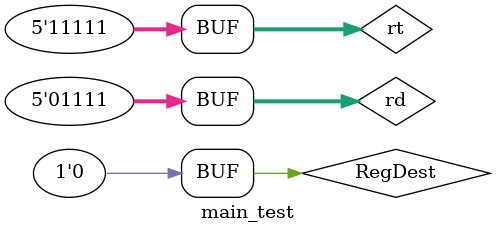
<source format=v>
`timescale 1ns / 1ps

module main_test;

   // Inputs
   reg [4:0] rt, rd;
   reg RegDest;
   
   // Output
   wire [4:0] rw;
   
   // Instantiate the Unit Under Test (UUT)
   MuxRegDest uut(rt,
              rd,
              RegDest,
              rw);
              
   initial begin
   /// Initialize Inputs
    #10;
    rt = 5'h1F;
    rd = 5'h0F;
    RegDest = 1;
    #10;
    RegDest = 0;
    #10;
   end


   initial begin
      $dumpfile("./vvp.out.vcd");
      $dumpvars;
   end

endmodule


</source>
